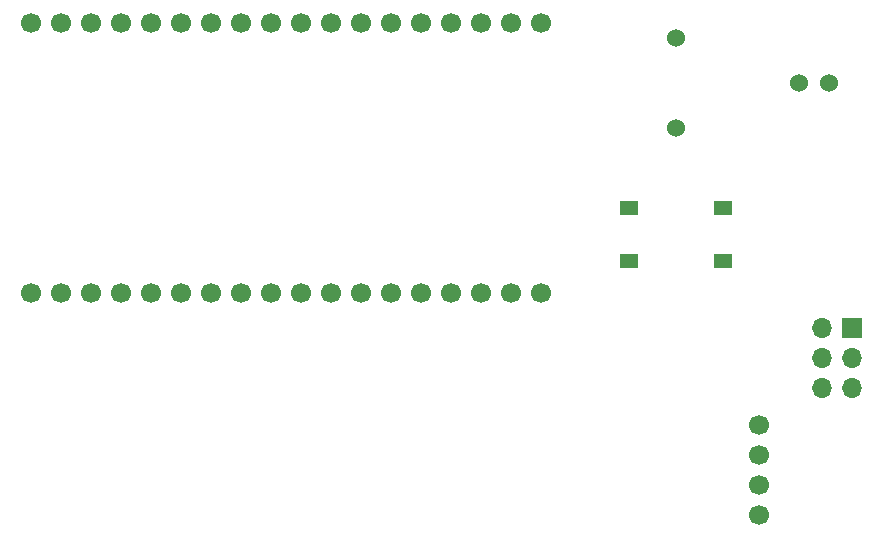
<source format=gbr>
%TF.GenerationSoftware,KiCad,Pcbnew,9.0.0*%
%TF.CreationDate,2025-05-16T10:45:57-07:00*%
%TF.ProjectId,DC33_Cnet_Badge_Main,44433333-5f43-46e6-9574-5f4261646765,rev?*%
%TF.SameCoordinates,Original*%
%TF.FileFunction,Soldermask,Top*%
%TF.FilePolarity,Negative*%
%FSLAX46Y46*%
G04 Gerber Fmt 4.6, Leading zero omitted, Abs format (unit mm)*
G04 Created by KiCad (PCBNEW 9.0.0) date 2025-05-16 10:45:57*
%MOMM*%
%LPD*%
G01*
G04 APERTURE LIST*
%ADD10C,1.524000*%
%ADD11O,1.700000X1.700000*%
%ADD12R,1.700000X1.700000*%
%ADD13C,1.700000*%
%ADD14R,1.550000X1.300000*%
G04 APERTURE END LIST*
D10*
%TO.C,VIBRA1*%
X191380000Y-61700000D03*
X188840000Y-61700000D03*
%TD*%
D11*
%TO.C,J1*%
X190847500Y-87555000D03*
X193387500Y-87555000D03*
X190847500Y-85015000D03*
X193387500Y-85015000D03*
X190847500Y-82475000D03*
D12*
X193387500Y-82475000D03*
%TD*%
D10*
%TO.C,BUZZ1*%
X178500000Y-57880000D03*
X178500000Y-65500000D03*
%TD*%
D13*
%TO.C,U1*%
X123860000Y-79500000D03*
X126400000Y-79500000D03*
X128940000Y-79500000D03*
X131480000Y-79500000D03*
X134020000Y-79500000D03*
X136560000Y-79500000D03*
X139100000Y-79500000D03*
X141640000Y-79500000D03*
X144180000Y-79500000D03*
X146720000Y-79500000D03*
X149260000Y-79500000D03*
X151800000Y-79500000D03*
X154340000Y-79500000D03*
X156880000Y-79500000D03*
X159420000Y-79500000D03*
X161960000Y-79500000D03*
X164500000Y-79500000D03*
X167040000Y-79500000D03*
X167040000Y-56640000D03*
X164500000Y-56640000D03*
X161960000Y-56640000D03*
X159420000Y-56640000D03*
X156880000Y-56640000D03*
X154340000Y-56640000D03*
X151800000Y-56640000D03*
X149260000Y-56640000D03*
X146720000Y-56640000D03*
X144180000Y-56640000D03*
X141640000Y-56640000D03*
X139100000Y-56640000D03*
X136560000Y-56640000D03*
X134020000Y-56640000D03*
X131480000Y-56640000D03*
X128940000Y-56640000D03*
X126400000Y-56640000D03*
X123860000Y-56640000D03*
%TD*%
%TO.C,GPS1*%
X185510000Y-90690000D03*
X185510000Y-93230000D03*
X185510000Y-95770000D03*
X185510000Y-98310000D03*
%TD*%
D14*
%TO.C,SW1*%
X182450000Y-76800000D03*
X174490000Y-76800000D03*
X182450000Y-72300000D03*
X174490000Y-72300000D03*
%TD*%
M02*

</source>
